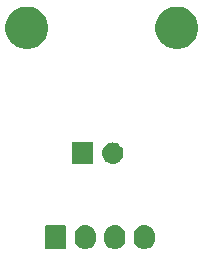
<source format=gbr>
G04 #@! TF.GenerationSoftware,KiCad,Pcbnew,(5.1.2-1)-1*
G04 #@! TF.CreationDate,2019-11-08T10:29:16-05:00*
G04 #@! TF.ProjectId,flow_rate,666c6f77-5f72-4617-9465-2e6b69636164,rev?*
G04 #@! TF.SameCoordinates,Original*
G04 #@! TF.FileFunction,Soldermask,Bot*
G04 #@! TF.FilePolarity,Negative*
%FSLAX46Y46*%
G04 Gerber Fmt 4.6, Leading zero omitted, Abs format (unit mm)*
G04 Created by KiCad (PCBNEW (5.1.2-1)-1) date 2019-11-08 10:29:16*
%MOMM*%
%LPD*%
G04 APERTURE LIST*
%ADD10C,0.100000*%
G04 APERTURE END LIST*
D10*
G36*
X182508626Y-53089037D02*
G01*
X182678465Y-53140557D01*
X182678467Y-53140558D01*
X182834989Y-53224221D01*
X182972186Y-53336814D01*
X183055448Y-53438271D01*
X183084778Y-53474009D01*
X183168443Y-53630534D01*
X183219963Y-53800373D01*
X183233000Y-53932742D01*
X183233000Y-54271257D01*
X183219963Y-54403626D01*
X183168443Y-54573466D01*
X183084778Y-54729991D01*
X183055448Y-54765729D01*
X182972186Y-54867186D01*
X182877250Y-54945097D01*
X182834991Y-54979778D01*
X182678466Y-55063443D01*
X182508627Y-55114963D01*
X182332000Y-55132359D01*
X182155374Y-55114963D01*
X181985535Y-55063443D01*
X181829010Y-54979778D01*
X181691815Y-54867185D01*
X181579222Y-54729991D01*
X181495557Y-54573466D01*
X181444037Y-54403627D01*
X181431000Y-54271258D01*
X181431000Y-53932743D01*
X181444037Y-53800374D01*
X181495557Y-53630535D01*
X181579222Y-53474010D01*
X181579223Y-53474009D01*
X181691814Y-53336814D01*
X181793271Y-53253552D01*
X181829009Y-53224222D01*
X181985534Y-53140557D01*
X182155373Y-53089037D01*
X182332000Y-53071641D01*
X182508626Y-53089037D01*
X182508626Y-53089037D01*
G37*
G36*
X185008626Y-53089037D02*
G01*
X185178465Y-53140557D01*
X185178467Y-53140558D01*
X185334989Y-53224221D01*
X185472186Y-53336814D01*
X185555448Y-53438271D01*
X185584778Y-53474009D01*
X185668443Y-53630534D01*
X185719963Y-53800373D01*
X185733000Y-53932742D01*
X185733000Y-54271257D01*
X185719963Y-54403626D01*
X185668443Y-54573466D01*
X185584778Y-54729991D01*
X185555448Y-54765729D01*
X185472186Y-54867186D01*
X185377250Y-54945097D01*
X185334991Y-54979778D01*
X185178466Y-55063443D01*
X185008627Y-55114963D01*
X184832000Y-55132359D01*
X184655374Y-55114963D01*
X184485535Y-55063443D01*
X184329010Y-54979778D01*
X184191815Y-54867185D01*
X184079222Y-54729991D01*
X183995557Y-54573466D01*
X183944037Y-54403627D01*
X183931000Y-54271258D01*
X183931000Y-53932743D01*
X183944037Y-53800374D01*
X183995557Y-53630535D01*
X184079222Y-53474010D01*
X184079223Y-53474009D01*
X184191814Y-53336814D01*
X184293271Y-53253552D01*
X184329009Y-53224222D01*
X184485534Y-53140557D01*
X184655373Y-53089037D01*
X184832000Y-53071641D01*
X185008626Y-53089037D01*
X185008626Y-53089037D01*
G37*
G36*
X187508626Y-53089037D02*
G01*
X187678465Y-53140557D01*
X187678467Y-53140558D01*
X187834989Y-53224221D01*
X187972186Y-53336814D01*
X188055448Y-53438271D01*
X188084778Y-53474009D01*
X188168443Y-53630534D01*
X188219963Y-53800373D01*
X188233000Y-53932742D01*
X188233000Y-54271257D01*
X188219963Y-54403626D01*
X188168443Y-54573466D01*
X188084778Y-54729991D01*
X188055448Y-54765729D01*
X187972186Y-54867186D01*
X187877250Y-54945097D01*
X187834991Y-54979778D01*
X187678466Y-55063443D01*
X187508627Y-55114963D01*
X187332000Y-55132359D01*
X187155374Y-55114963D01*
X186985535Y-55063443D01*
X186829010Y-54979778D01*
X186691815Y-54867185D01*
X186579222Y-54729991D01*
X186495557Y-54573466D01*
X186444037Y-54403627D01*
X186431000Y-54271258D01*
X186431000Y-53932743D01*
X186444037Y-53800374D01*
X186495557Y-53630535D01*
X186579222Y-53474010D01*
X186579223Y-53474009D01*
X186691814Y-53336814D01*
X186793271Y-53253552D01*
X186829009Y-53224222D01*
X186985534Y-53140557D01*
X187155373Y-53089037D01*
X187332000Y-53071641D01*
X187508626Y-53089037D01*
X187508626Y-53089037D01*
G37*
G36*
X180590600Y-53079989D02*
G01*
X180623652Y-53090015D01*
X180654103Y-53106292D01*
X180680799Y-53128201D01*
X180702708Y-53154897D01*
X180718985Y-53185348D01*
X180729011Y-53218400D01*
X180733000Y-53258903D01*
X180733000Y-54945097D01*
X180729011Y-54985600D01*
X180718985Y-55018652D01*
X180702708Y-55049103D01*
X180680799Y-55075799D01*
X180654103Y-55097708D01*
X180623652Y-55113985D01*
X180590600Y-55124011D01*
X180550097Y-55128000D01*
X179113903Y-55128000D01*
X179073400Y-55124011D01*
X179040348Y-55113985D01*
X179009897Y-55097708D01*
X178983201Y-55075799D01*
X178961292Y-55049103D01*
X178945015Y-55018652D01*
X178934989Y-54985600D01*
X178931000Y-54945097D01*
X178931000Y-53258903D01*
X178934989Y-53218400D01*
X178945015Y-53185348D01*
X178961292Y-53154897D01*
X178983201Y-53128201D01*
X179009897Y-53106292D01*
X179040348Y-53090015D01*
X179073400Y-53079989D01*
X179113903Y-53076000D01*
X180550097Y-53076000D01*
X180590600Y-53079989D01*
X180590600Y-53079989D01*
G37*
G36*
X184768442Y-46095518D02*
G01*
X184834627Y-46102037D01*
X185004466Y-46153557D01*
X185160991Y-46237222D01*
X185196729Y-46266552D01*
X185298186Y-46349814D01*
X185381448Y-46451271D01*
X185410778Y-46487009D01*
X185494443Y-46643534D01*
X185545963Y-46813373D01*
X185563359Y-46990000D01*
X185545963Y-47166627D01*
X185494443Y-47336466D01*
X185410778Y-47492991D01*
X185381448Y-47528729D01*
X185298186Y-47630186D01*
X185196729Y-47713448D01*
X185160991Y-47742778D01*
X185004466Y-47826443D01*
X184834627Y-47877963D01*
X184768443Y-47884481D01*
X184702260Y-47891000D01*
X184613740Y-47891000D01*
X184547557Y-47884481D01*
X184481373Y-47877963D01*
X184311534Y-47826443D01*
X184155009Y-47742778D01*
X184119271Y-47713448D01*
X184017814Y-47630186D01*
X183934552Y-47528729D01*
X183905222Y-47492991D01*
X183821557Y-47336466D01*
X183770037Y-47166627D01*
X183752641Y-46990000D01*
X183770037Y-46813373D01*
X183821557Y-46643534D01*
X183905222Y-46487009D01*
X183934552Y-46451271D01*
X184017814Y-46349814D01*
X184119271Y-46266552D01*
X184155009Y-46237222D01*
X184311534Y-46153557D01*
X184481373Y-46102037D01*
X184547558Y-46095518D01*
X184613740Y-46089000D01*
X184702260Y-46089000D01*
X184768442Y-46095518D01*
X184768442Y-46095518D01*
G37*
G36*
X183019000Y-47891000D02*
G01*
X181217000Y-47891000D01*
X181217000Y-46089000D01*
X183019000Y-46089000D01*
X183019000Y-47891000D01*
X183019000Y-47891000D01*
G37*
G36*
X190597331Y-34653711D02*
G01*
X190925092Y-34789474D01*
X191220070Y-34986572D01*
X191470928Y-35237430D01*
X191668026Y-35532408D01*
X191803789Y-35860169D01*
X191873000Y-36208116D01*
X191873000Y-36562884D01*
X191803789Y-36910831D01*
X191668026Y-37238592D01*
X191470928Y-37533570D01*
X191220070Y-37784428D01*
X190925092Y-37981526D01*
X190597331Y-38117289D01*
X190249384Y-38186500D01*
X189894616Y-38186500D01*
X189546669Y-38117289D01*
X189218908Y-37981526D01*
X188923930Y-37784428D01*
X188673072Y-37533570D01*
X188475974Y-37238592D01*
X188340211Y-36910831D01*
X188271000Y-36562884D01*
X188271000Y-36208116D01*
X188340211Y-35860169D01*
X188475974Y-35532408D01*
X188673072Y-35237430D01*
X188923930Y-34986572D01*
X189218908Y-34789474D01*
X189546669Y-34653711D01*
X189894616Y-34584500D01*
X190249384Y-34584500D01*
X190597331Y-34653711D01*
X190597331Y-34653711D01*
G37*
G36*
X177897331Y-34653711D02*
G01*
X178225092Y-34789474D01*
X178520070Y-34986572D01*
X178770928Y-35237430D01*
X178968026Y-35532408D01*
X179103789Y-35860169D01*
X179173000Y-36208116D01*
X179173000Y-36562884D01*
X179103789Y-36910831D01*
X178968026Y-37238592D01*
X178770928Y-37533570D01*
X178520070Y-37784428D01*
X178225092Y-37981526D01*
X177897331Y-38117289D01*
X177549384Y-38186500D01*
X177194616Y-38186500D01*
X176846669Y-38117289D01*
X176518908Y-37981526D01*
X176223930Y-37784428D01*
X175973072Y-37533570D01*
X175775974Y-37238592D01*
X175640211Y-36910831D01*
X175571000Y-36562884D01*
X175571000Y-36208116D01*
X175640211Y-35860169D01*
X175775974Y-35532408D01*
X175973072Y-35237430D01*
X176223930Y-34986572D01*
X176518908Y-34789474D01*
X176846669Y-34653711D01*
X177194616Y-34584500D01*
X177549384Y-34584500D01*
X177897331Y-34653711D01*
X177897331Y-34653711D01*
G37*
M02*

</source>
